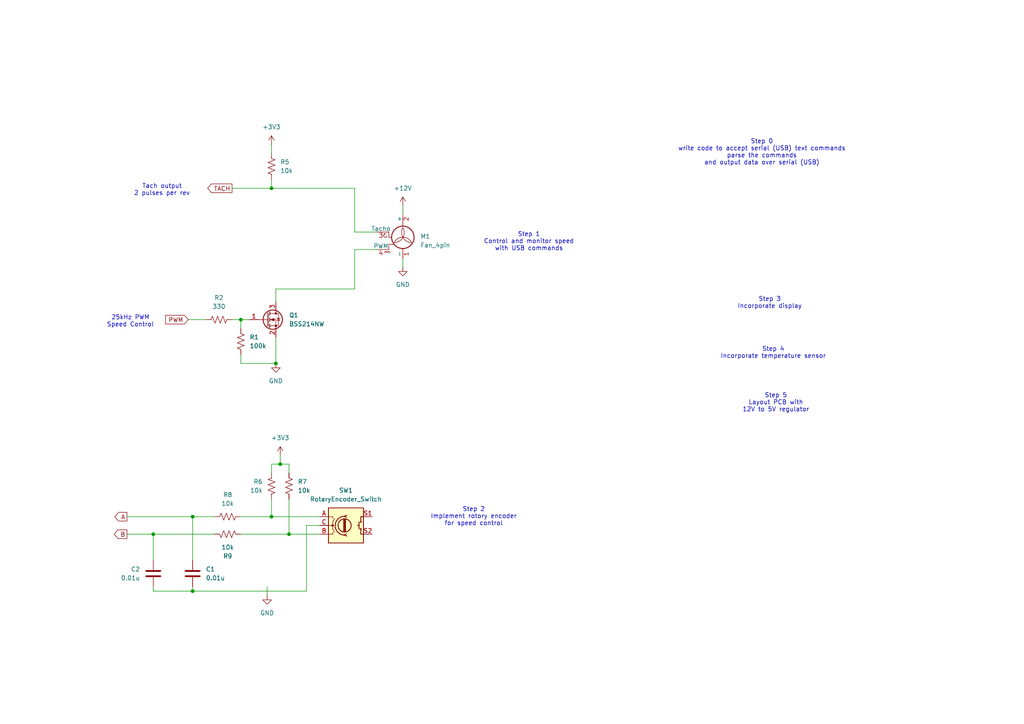
<source format=kicad_sch>
(kicad_sch (version 20250114) (generator "eeschema") (generator_version "9.0")
  (paper "A4")
  (title_block (title "4-Wire Fan Controller") (date "2026-01-19") (rev "1"))
  (lib_symbols
    (symbol "Device:C" (pin_numbers (hide yes)) (pin_names (offset 0.254))
      (property "Reference" "C" (at 0.635 2.54 0))
      (property "Value" "C" (at 0.635 -2.54 0))
      (symbol "C_0_1"
        (polyline (pts (xy -2.032 0.762) (xy 2.032 0.762)) (stroke (width 0.508)))
        (polyline (pts (xy -2.032 -0.762) (xy 2.032 -0.762)) (stroke (width 0.508)))
      )
      (symbol "C_1_1"
        (pin passive line (at 0 3.81 270) (length 2.794) (name "~") (number "1"))
        (pin passive line (at 0 -3.81 90) (length 2.794) (name "~") (number "2"))
      )
    )
    (symbol "Device:R_US" (pin_numbers (hide yes)) (pin_names (offset 0))
      (property "Reference" "R" (at 2.54 0 90))
      (property "Value" "R_US" (at -2.54 0 90))
      (symbol "R_US_0_1"
        (polyline (pts (xy 0 2.286) (xy 0 2.54)))
        (polyline (pts (xy 0 2.286) (xy 1.016 1.905) (xy 0 1.524) (xy -1.016 1.143) (xy 0 0.762)))
        (polyline (pts (xy 0 0.762) (xy 1.016 0.381) (xy 0 0) (xy -1.016 -0.381) (xy 0 -0.762)))
        (polyline (pts (xy 0 -0.762) (xy 1.016 -1.143) (xy 0 -1.524) (xy -1.016 -1.905) (xy 0 -2.286)))
        (polyline (pts (xy 0 -2.286) (xy 0 -2.54)))
      )
      (symbol "R_US_1_1"
        (pin passive line (at 0 3.81 270) (length 1.27) (name "~") (number "1"))
        (pin passive line (at 0 -3.81 90) (length 1.27) (name "~") (number "2"))
      )
    )
    (symbol "Device:RotaryEncoder_Switch" (pin_names (offset 0.254) (hide yes))
      (property "Reference" "SW" (at 0 6.604 0))
      (property "Value" "RotaryEncoder_Switch" (at 0 -6.604 0))
      (symbol "RotaryEncoder_Switch_0_1"
        (rectangle (start -5.08 5.08) (end 5.08 -5.08) (stroke (width 0.254)) (fill (type background)))
        (polyline (pts (xy -5.08 2.54) (xy -3.81 2.54) (xy -3.81 2.032)))
        (polyline (pts (xy -5.08 0) (xy -3.81 0) (xy -3.81 -1.016) (xy -3.302 -2.032)))
        (polyline (pts (xy -5.08 -2.54) (xy -3.81 -2.54) (xy -3.81 -2.032)))
        (polyline (pts (xy -4.318 0) (xy -3.81 0) (xy -3.81 1.016) (xy -3.302 2.032)))
        (circle (center -3.81 0) (radius 0.254) (fill (type outline)))
        (polyline (pts (xy -0.635 -1.778) (xy -0.635 1.778)) (stroke (width 0.254)))
        (circle (center -0.381 0) (radius 1.905) (stroke (width 0.254)))
        (polyline (pts (xy -0.381 -1.778) (xy -0.381 1.778)) (stroke (width 0.254)))
        (arc (start -0.381 -2.794) (mid -3.0988 -0.0635) (end -0.381 2.667) (stroke (width 0.254)))
        (polyline (pts (xy -0.127 1.778) (xy -0.127 -1.778)) (stroke (width 0.254)))
        (polyline (pts (xy 0.254 2.921) (xy -0.508 2.667) (xy 0.127 2.286)) (stroke (width 0.254)))
        (polyline (pts (xy 0.254 -3.048) (xy -0.508 -2.794) (xy 0.127 -2.413)) (stroke (width 0.254)))
        (polyline (pts (xy 3.81 1.016) (xy 3.81 -1.016)) (stroke (width 0.254)))
        (polyline (pts (xy 3.81 0) (xy 3.429 0)) (stroke (width 0.254)))
        (circle (center 4.318 1.016) (radius 0.127) (stroke (width 0.254)))
        (circle (center 4.318 -1.016) (radius 0.127) (stroke (width 0.254)))
        (polyline (pts (xy 5.08 2.54) (xy 4.318 2.54) (xy 4.318 1.016)) (stroke (width 0.254)))
        (polyline (pts (xy 5.08 -2.54) (xy 4.318 -2.54) (xy 4.318 -1.016)) (stroke (width 0.254)))
      )
      (symbol "RotaryEncoder_Switch_1_1"
        (pin passive line (at -7.62 2.54 0) (length 2.54) (name "A") (number "A"))
        (pin passive line (at -7.62 0 0) (length 2.54) (name "C") (number "C"))
        (pin passive line (at -7.62 -2.54 0) (length 2.54) (name "B") (number "B"))
        (pin passive line (at 7.62 2.54 180) (length 2.54) (name "S1") (number "S1"))
        (pin passive line (at 7.62 -2.54 180) (length 2.54) (name "S2") (number "S2"))
      )
    )
    (symbol "Motor:Fan_4pin" (pin_names (offset 0))
      (property "Reference" "M" (at 2.54 5.08 0))
      (property "Value" "Fan_4pin" (at 2.54 -2.54 0))
      (symbol "Fan_4pin_0_0"
        (polyline (pts (xy -5.08 2.032) (xy -5.334 2.159)))
        (polyline (pts (xy -5.08 2.032) (xy -5.207 1.778)))
        (arc (start -4.572 1.524) (mid -5.08 1.0182) (end -5.588 1.524))
        (arc (start -5.588 1.524) (mid -5.4392 1.8832) (end -5.08 2.032))
        (polyline (pts (xy -4.064 2.54) (xy -4.064 1.016) (xy -3.302 1.016)))
      )
      (symbol "Fan_4pin_0_1"
        (polyline (pts (xy -5.334 -3.302) (xy -5.08 -3.302) (xy -5.08 -3.048) (xy -4.826 -3.048) (xy -4.826 -3.302) (xy -4.318 -3.302) (xy -4.318 -3.048) (xy -4.064 -3.048) (xy -4.064 -3.302) (xy -3.556 -3.302)))
        (polyline (pts (xy -4.064 2.54) (xy -5.08 2.54)))
        (polyline (pts (xy -2.54 -1.016) (xy -4.064 -1.016) (xy -4.064 -2.54) (xy -5.08 -2.54)))
        (arc (start 0 3.81) (mid -0.0015 0.9048) (end -2.54 -0.508))
        (polyline (pts (xy 0 4.572) (xy 0 5.08)))
        (polyline (pts (xy 0 4.2672) (xy 0 4.6228)))
        (circle (center 0 1.016) (radius 3.2512) (stroke (width 0.254)))
        (arc (start -2.54 -0.508) (mid 0 1.0618) (end 2.54 -0.508))
        (polyline (pts (xy 0 -2.2352) (xy 0 -2.6416)))
        (polyline (pts (xy 0 -5.08) (xy 0 -4.572)))
        (arc (start 2.54 -0.508) (mid 0.047 0.9315) (end 0 3.81))
      )
      (symbol "Fan_4pin_1_1"
        (pin passive line (at -7.62 2.54 0) (length 2.54) (name "Tacho") (number "3"))
        (pin input line (at -7.62 -2.54 0) (length 2.54) (name "PWM") (number "4"))
        (pin passive line (at 0 7.62 270) (length 2.54) (name "+") (number "2"))
        (pin passive line (at 0 -5.08 90) (length 2.54) (name "-") (number "1"))
      )
    )
    (symbol "Transistor_FET:BSS214NW" (pin_names (hide yes))
      (property "Reference" "Q" (at 5.08 1.905 0))
      (property "Value" "BSS214NW" (at 5.08 0 0))
      (symbol "BSS214NW_0_1"
        (polyline (pts (xy 0.254 1.905) (xy 0.254 -1.905)) (stroke (width 0.254)))
        (polyline (pts (xy 0.254 0) (xy -2.54 0)))
        (polyline (pts (xy 0.762 2.286) (xy 0.762 1.27)) (stroke (width 0.254)))
        (polyline (pts (xy 0.762 0.508) (xy 0.762 -0.508)) (stroke (width 0.254)))
        (polyline (pts (xy 0.762 -1.27) (xy 0.762 -2.286)) (stroke (width 0.254)))
        (polyline (pts (xy 0.762 -1.778) (xy 3.302 -1.778) (xy 3.302 1.778) (xy 0.762 1.778)))
        (polyline (pts (xy 1.016 0) (xy 2.032 0.381) (xy 2.032 -0.381) (xy 1.016 0)) (fill (type outline)))
        (circle (center 1.651 0) (radius 2.794) (stroke (width 0.254)))
        (polyline (pts (xy 2.54 2.54) (xy 2.54 1.778)))
        (circle (center 2.54 1.778) (radius 0.254) (fill (type outline)))
        (circle (center 2.54 -1.778) (radius 0.254) (fill (type outline)))
        (polyline (pts (xy 2.54 -2.54) (xy 2.54 0) (xy 0.762 0)))
        (polyline (pts (xy 2.794 0.508) (xy 2.921 0.381) (xy 3.683 0.381) (xy 3.81 0.254)))
        (polyline (pts (xy 3.302 0.381) (xy 2.921 -0.254) (xy 3.683 -0.254) (xy 3.302 0.381)))
      )
      (symbol "BSS214NW_1_1"
        (pin input line (at -5.08 0 0) (length 2.54) (name "G") (number "1"))
        (pin passive line (at 2.54 5.08 270) (length 2.54) (name "D") (number "3"))
        (pin passive line (at 2.54 -5.08 90) (length 2.54) (name "S") (number "2"))
      )
    )
    (symbol "power:+12V" (power) (pin_numbers (hide yes)) (pin_names (offset 0) (hide yes))
      (property "Value" "+12V" (at 0 3.556 0))
      (symbol "+12V_0_1"
        (polyline (pts (xy -0.762 1.27) (xy 0 2.54)))
        (polyline (pts (xy 0 2.54) (xy 0.762 1.27)))
        (polyline (pts (xy 0 0) (xy 0 2.54)))
      )
      (symbol "+12V_1_1"
        (pin power_in line (at 0 0 90) (length 0) (name "~") (number "1"))
      )
    )
    (symbol "power:+3V3" (power) (pin_numbers (hide yes)) (pin_names (offset 0) (hide yes))
      (property "Value" "+3V3" (at 0 3.556 0))
      (symbol "+3V3_0_1"
        (polyline (pts (xy -0.762 1.27) (xy 0 2.54)))
        (polyline (pts (xy 0 2.54) (xy 0.762 1.27)))
        (polyline (pts (xy 0 0) (xy 0 2.54)))
      )
      (symbol "+3V3_1_1"
        (pin power_in line (at 0 0 90) (length 0) (name "~") (number "1"))
      )
    )
    (symbol "power:GND" (power) (pin_numbers (hide yes)) (pin_names (offset 0) (hide yes))
      (property "Value" "GND" (at 0 -3.81 0))
      (symbol "GND_0_1"
        (polyline (pts (xy 0 0) (xy 0 -1.27) (xy 1.27 -1.27) (xy 0 -2.54) (xy -1.27 -1.27) (xy 0 -1.27)))
      )
      (symbol "GND_1_1"
        (pin power_in line (at 0 0 270) (length 0) (name "~") (number "1"))
      )
    )
  )
  (text "25kHz PWM\nSpeed Control" (at 37.846 93.218 0) (effects (font (size 1.27 1.27))))
  (text "Step 5\nLayout PCB with\n12V to 5V regulator" (at 225.044 116.84 0) (effects (font (size 1.27 1.27))))
  (text "Step 4\nIncorporate temperature sensor" (at 224.282 102.362 0) (effects (font (size 1.27 1.27))))
  (text "Step 2\nImplement rotory encoder\nfor speed control" (at 137.414 149.86 0) (effects (font (size 1.27 1.27))))
  (text "Step 1\nControl and monitor speed\nwith USB commands" (at 153.416 70.104 0) (effects (font (size 1.27 1.27))))
  (text "Step 0\nwrite code to accept serial (USB) text commands\nparse the commands\nand output data over serial (USB)" (at 220.98 44.196 0) (effects (font (size 1.27 1.27))))
  (text "Step 3\nIncorporate display" (at 223.266 87.884 0) (effects (font (size 1.27 1.27))))
  (text "Tach output\n2 pulses per rev" (at 46.99 55.118 0) (effects (font (size 1.27 1.27))))
  (junction (at 78.74 149.86))
  (junction (at 80.01 105.41))
  (junction (at 69.85 92.71))
  (junction (at 81.28 134.62))
  (junction (at 55.88 149.86))
  (junction (at 55.88 171.45))
  (junction (at 78.74 54.61))
  (junction (at 44.45 154.94))
  (junction (at 83.82 154.94))
  (wire (pts (xy 81.28 132.08) (xy 81.28 134.62)))
  (wire (pts (xy 78.74 41.91) (xy 78.74 44.45)))
  (wire (pts (xy 44.45 154.94) (xy 62.23 154.94)))
  (wire (pts (xy 102.87 67.31) (xy 109.22 67.31)))
  (wire (pts (xy 102.87 72.39) (xy 102.87 83.82)))
  (wire (pts (xy 88.9 171.45) (xy 55.88 171.45)))
  (wire (pts (xy 102.87 83.82) (xy 80.01 83.82)))
  (wire (pts (xy 92.71 152.4) (xy 88.9 152.4)))
  (wire (pts (xy 83.82 134.62) (xy 81.28 134.62)))
  (wire (pts (xy 78.74 144.78) (xy 78.74 149.86)))
  (wire (pts (xy 36.83 149.86) (xy 55.88 149.86)))
  (wire (pts (xy 116.84 59.69) (xy 116.84 62.23)))
  (wire (pts (xy 102.87 54.61) (xy 102.87 67.31)))
  (wire (pts (xy 67.31 92.71) (xy 69.85 92.71)))
  (wire (pts (xy 83.82 137.16) (xy 83.82 134.62)))
  (wire (pts (xy 55.88 170.18) (xy 55.88 171.45)))
  (wire (pts (xy 78.74 134.62) (xy 78.74 137.16)))
  (wire (pts (xy 77.47 170.18) (xy 77.47 172.72)))
  (wire (pts (xy 44.45 154.94) (xy 44.45 162.56)))
  (wire (pts (xy 69.85 92.71) (xy 72.39 92.71)))
  (wire (pts (xy 102.87 72.39) (xy 109.22 72.39)))
  (wire (pts (xy 88.9 152.4) (xy 88.9 171.45)))
  (wire (pts (xy 55.88 149.86) (xy 55.88 162.56)))
  (wire (pts (xy 69.85 154.94) (xy 83.82 154.94)))
  (wire (pts (xy 44.45 171.45) (xy 44.45 170.18)))
  (wire (pts (xy 36.83 154.94) (xy 44.45 154.94)))
  (wire (pts (xy 116.84 74.93) (xy 116.84 77.47)))
  (wire (pts (xy 54.61 92.71) (xy 59.69 92.71)))
  (wire (pts (xy 69.85 149.86) (xy 78.74 149.86)))
  (wire (pts (xy 55.88 171.45) (xy 44.45 171.45)))
  (wire (pts (xy 80.01 87.63) (xy 80.01 83.82)))
  (wire (pts (xy 80.01 97.79) (xy 80.01 105.41)))
  (wire (pts (xy 83.82 144.78) (xy 83.82 154.94)))
  (wire (pts (xy 83.82 154.94) (xy 92.71 154.94)))
  (wire (pts (xy 78.74 149.86) (xy 92.71 149.86)))
  (wire (pts (xy 102.87 54.61) (xy 78.74 54.61)))
  (wire (pts (xy 69.85 92.71) (xy 69.85 95.25)))
  (wire (pts (xy 78.74 52.07) (xy 78.74 54.61)))
  (wire (pts (xy 55.88 149.86) (xy 62.23 149.86)))
  (wire (pts (xy 69.85 102.87) (xy 69.85 105.41)))
  (wire (pts (xy 81.28 134.62) (xy 78.74 134.62)))
  (wire (pts (xy 67.31 54.61) (xy 78.74 54.61)))
  (wire (pts (xy 69.85 105.41) (xy 80.01 105.41)))
  (global_label "TACH" (shape output) (at 67.31 54.61 180) (property "Intersheetrefs" "${INTERSHEET_REFS}" (effects (hide yes))))
  (global_label "PWM" (shape input) (at 54.61 92.71 180) (property "Intersheetrefs" "${INTERSHEET_REFS}" (effects (hide yes))))
  (global_label "B" (shape output) (at 36.83 154.94 180) (property "Intersheetrefs" "${INTERSHEET_REFS}" (effects (hide yes))))
  (global_label "A" (shape output) (at 36.83 149.86 180) (property "Intersheetrefs" "${INTERSHEET_REFS}" (effects (hide yes))))
  (symbol (lib_id "power:+3V3") (at 78.74 41.91 0) (unit 1)
    (property "Reference" "#PWR04" (effects (hide yes)))
    (property "Value" "+3V3" (at 78.74 36.83 0))
    (property "Description" "Power symbol creates a global label with name \"+3V3\"" (effects (hide yes)))
  )
  (symbol (lib_id "Device:R_US") (at 69.85 99.06 0) (unit 1)
    (property "Reference" "R1" (at 72.39 97.7899 0) (effects (justify left)))
    (property "Value" "100k" (at 72.39 100.3299 0) (effects (justify left)))
    (property "Footprint" "Resistor_SMD:R_0603_1608Metric_Pad0.98x0.95mm_HandSolder" (effects (hide yes)))
    (property "Description" "Resistor, US symbol" (effects (hide yes)))
  )
  (symbol (lib_id "Device:C") (at 55.88 166.37 0) (unit 1)
    (property "Reference" "C1" (at 59.69 165.0999 0) (effects (justify left)))
    (property "Value" "0.01u" (at 59.69 167.6399 0) (effects (justify left)))
    (property "Description" "Unpolarized capacitor" (effects (hide yes)))
  )
  (symbol (lib_id "Device:R_US") (at 66.04 154.94 270) (mirror x) (unit 1)
    (property "Reference" "R9" (at 66.04 161.29 90))
    (property "Value" "10k" (at 66.04 158.75 90))
    (property "Footprint" "Resistor_SMD:R_0603_1608Metric_Pad0.98x0.95mm_HandSolder" (effects (hide yes)))
    (property "Description" "Resistor, US symbol" (effects (hide yes)))
  )
  (symbol (lib_id "Device:R_US") (at 78.74 140.97 0) (mirror y) (unit 1)
    (property "Reference" "R6" (at 76.2 139.6999 0) (effects (justify left)))
    (property "Value" "10k" (at 76.2 142.2399 0) (effects (justify left)))
    (property "Footprint" "Resistor_SMD:R_0603_1608Metric_Pad0.98x0.95mm_HandSolder" (effects (hide yes)))
    (property "Description" "Resistor, US symbol" (effects (hide yes)))
  )
  (symbol (lib_id "Motor:Fan_4pin") (at 116.84 69.85 0) (unit 1)
    (property "Reference" "M1" (at 121.92 68.5799 0) (effects (justify left)))
    (property "Value" "Fan_4pin" (at 121.92 71.1199 0) (effects (justify left)))
    (property "Footprint" "Connector:FanPinHeader_1x04_P2.54mm_Vertical" (effects (hide yes)))
    (property "Datasheet" "http://www.formfactors.org/developer%5Cspecs%5Crev1_2_public.pdf" (effects (hide yes)))
    (property "Description" "Fan, tacho output, PWM input, 4-pin connector" (effects (hide yes)))
  )
  (symbol (lib_id "Device:R_US") (at 63.5 92.71 270) (unit 1)
    (property "Reference" "R2" (at 63.5 86.36 90))
    (property "Value" "330" (at 63.5 88.9 90))
    (property "Footprint" "Resistor_SMD:R_0603_1608Metric_Pad0.98x0.95mm_HandSolder" (effects (hide yes)))
    (property "Description" "Resistor, US symbol" (effects (hide yes)))
  )
  (symbol (lib_id "Device:R_US") (at 66.04 149.86 90) (unit 1)
    (property "Reference" "R8" (at 66.04 143.51 90))
    (property "Value" "10k" (at 66.04 146.05 90))
    (property "Footprint" "Resistor_SMD:R_0603_1608Metric_Pad0.98x0.95mm_HandSolder" (effects (hide yes)))
    (property "Description" "Resistor, US symbol" (effects (hide yes)))
  )
  (symbol (lib_id "Device:RotaryEncoder_Switch") (at 100.33 152.4 0) (unit 1)
    (property "Reference" "SW1" (at 100.33 142.24 0))
    (property "Value" "RotaryEncoder_Switch" (at 100.33 144.78 0))
    (property "Description" "Rotary encoder, dual channel, incremental quadrate outputs, with switch" (effects (hide yes)))
  )
  (symbol (lib_id "power:+12V") (at 116.84 59.69 0) (unit 1)
    (property "Reference" "#PWR05" (effects (hide yes)))
    (property "Value" "+12V" (at 116.84 54.61 0))
    (property "Description" "Power symbol creates a global label with name \"+12V\"" (effects (hide yes)))
  )
  (symbol (lib_id "power:GND") (at 77.47 172.72 0) (unit 1)
    (property "Reference" "#PWR06" (effects (hide yes)))
    (property "Value" "GND" (at 77.47 177.8 0))
    (property "Description" "Power symbol creates a global label with name \"GND\" , ground" (effects (hide yes)))
  )
  (symbol (lib_id "Device:C") (at 44.45 166.37 0) (mirror y) (unit 1)
    (property "Reference" "C2" (at 40.64 165.0999 0) (effects (justify left)))
    (property "Value" "0.01u" (at 40.64 167.6399 0) (effects (justify left)))
    (property "Description" "Unpolarized capacitor" (effects (hide yes)))
  )
  (symbol (lib_id "Device:R_US") (at 78.74 48.26 0) (unit 1)
    (property "Reference" "R5" (at 81.28 46.9899 0) (effects (justify left)))
    (property "Value" "10k" (at 81.28 49.5299 0) (effects (justify left)))
    (property "Footprint" "Resistor_SMD:R_0603_1608Metric_Pad0.98x0.95mm_HandSolder" (effects (hide yes)))
    (property "Description" "Resistor, US symbol" (effects (hide yes)))
  )
  (symbol (lib_id "Device:R_US") (at 83.82 140.97 0) (unit 1)
    (property "Reference" "R7" (at 86.36 139.6999 0) (effects (justify left)))
    (property "Value" "10k" (at 86.36 142.2399 0) (effects (justify left)))
    (property "Footprint" "Resistor_SMD:R_0603_1608Metric_Pad0.98x0.95mm_HandSolder" (effects (hide yes)))
    (property "Description" "Resistor, US symbol" (effects (hide yes)))
  )
  (symbol (lib_id "power:+3V3") (at 81.28 132.08 0) (unit 1)
    (property "Reference" "#PWR07" (effects (hide yes)))
    (property "Value" "+3V3" (at 81.28 127 0))
    (property "Description" "Power symbol creates a global label with name \"+3V3\"" (effects (hide yes)))
  )
  (symbol (lib_id "Transistor_FET:BSS214NW") (at 77.47 92.71 0) (unit 1)
    (property "Reference" "Q1" (at 83.82 91.4399 0) (effects (justify left)))
    (property "Value" "BSS214NW" (at 83.82 93.9799 0) (effects (justify left)))
    (property "Footprint" "Package_TO_SOT_SMD:SOT-23-3" (effects (hide yes)))
    (property "Datasheet" "https://www.infineon.com/dgdl/Infineon-BSS214NW-DS-v02_02-en.pdf?fileId=db3a30431b3e89eb011b695aebc01bde" (effects (hide yes)))
    (property "Description" "20V Vds, 1.5A Id, N-Channel MOSFET, SOT-323" (effects (hide yes)))
  )
  (symbol (lib_id "power:GND") (at 116.84 77.47 0) (unit 1)
    (property "Reference" "#PWR03" (effects (hide yes)))
    (property "Value" "GND" (at 116.84 82.55 0))
    (property "Description" "Power symbol creates a global label with name \"GND\" , ground" (effects (hide yes)))
  )
  (symbol (lib_id "power:GND") (at 80.01 105.41 0) (unit 1)
    (property "Reference" "#PWR02" (effects (hide yes)))
    (property "Value" "GND" (at 80.01 110.49 0))
    (property "Description" "Power symbol creates a global label with name \"GND\" , ground" (effects (hide yes)))
  )
)
</source>
